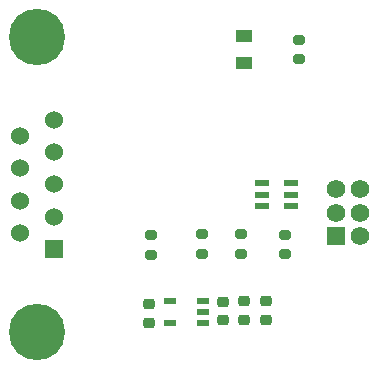
<source format=gts>
G04 #@! TF.GenerationSoftware,KiCad,Pcbnew,9.0.6*
G04 #@! TF.CreationDate,2026-02-17T21:16:07-05:00*
G04 #@! TF.ProjectId,dvrk-ios,6476726b-2d69-46f7-932e-6b696361645f,rev?*
G04 #@! TF.SameCoordinates,Original*
G04 #@! TF.FileFunction,Soldermask,Top*
G04 #@! TF.FilePolarity,Negative*
%FSLAX46Y46*%
G04 Gerber Fmt 4.6, Leading zero omitted, Abs format (unit mm)*
G04 Created by KiCad (PCBNEW 9.0.6) date 2026-02-17 21:16:07*
%MOMM*%
%LPD*%
G01*
G04 APERTURE LIST*
G04 Aperture macros list*
%AMRoundRect*
0 Rectangle with rounded corners*
0 $1 Rounding radius*
0 $2 $3 $4 $5 $6 $7 $8 $9 X,Y pos of 4 corners*
0 Add a 4 corners polygon primitive as box body*
4,1,4,$2,$3,$4,$5,$6,$7,$8,$9,$2,$3,0*
0 Add four circle primitives for the rounded corners*
1,1,$1+$1,$2,$3*
1,1,$1+$1,$4,$5*
1,1,$1+$1,$6,$7*
1,1,$1+$1,$8,$9*
0 Add four rect primitives between the rounded corners*
20,1,$1+$1,$2,$3,$4,$5,0*
20,1,$1+$1,$4,$5,$6,$7,0*
20,1,$1+$1,$6,$7,$8,$9,0*
20,1,$1+$1,$8,$9,$2,$3,0*%
G04 Aperture macros list end*
%ADD10R,1.575000X1.575000*%
%ADD11C,1.575000*%
%ADD12RoundRect,0.225000X0.250000X-0.225000X0.250000X0.225000X-0.250000X0.225000X-0.250000X-0.225000X0*%
%ADD13R,1.150000X0.600000*%
%ADD14RoundRect,0.200000X-0.275000X0.200000X-0.275000X-0.200000X0.275000X-0.200000X0.275000X0.200000X0*%
%ADD15RoundRect,0.225000X-0.250000X0.225000X-0.250000X-0.225000X0.250000X-0.225000X0.250000X0.225000X0*%
%ADD16R,1.530000X1.530000*%
%ADD17C,1.530000*%
%ADD18C,4.770000*%
%ADD19R,1.450000X1.100001*%
%ADD20R,0.977900X0.508000*%
%ADD21RoundRect,0.200000X0.275000X-0.200000X0.275000X0.200000X-0.275000X0.200000X-0.275000X-0.200000X0*%
G04 APERTURE END LIST*
D10*
X68150000Y-39150000D03*
D11*
X70150000Y-39150000D03*
X68150000Y-37150000D03*
X70150000Y-37150000D03*
X68150000Y-35150000D03*
X70150000Y-35150000D03*
D12*
X52300000Y-46450000D03*
X52300000Y-44900000D03*
D13*
X61850000Y-34650000D03*
X61850000Y-35600000D03*
X61850000Y-36550000D03*
X64350000Y-36550000D03*
X64350000Y-35600000D03*
X64350000Y-34650000D03*
D14*
X63869950Y-39005050D03*
X63869950Y-40655050D03*
X52519950Y-39030050D03*
X52519950Y-40680050D03*
D15*
X58597249Y-44662499D03*
X58597249Y-46212499D03*
D16*
X44270000Y-40225000D03*
D17*
X44270000Y-37485000D03*
X44270000Y-34745000D03*
X44270000Y-32005000D03*
X44270000Y-29265000D03*
X41430000Y-38855000D03*
X41430000Y-36115000D03*
X41430000Y-33375000D03*
X41430000Y-30635000D03*
D18*
X42850000Y-47240000D03*
X42850000Y-22250000D03*
D19*
X60400000Y-22150000D03*
X60400000Y-24450000D03*
D14*
X60069950Y-38980050D03*
X60069950Y-40630050D03*
D20*
X56862499Y-46487500D03*
X56862499Y-45537499D03*
X56862499Y-44587498D03*
X54131999Y-44587498D03*
X54131999Y-46487500D03*
D15*
X62200000Y-44650000D03*
X62200000Y-46200000D03*
D21*
X65025000Y-24125000D03*
X65025000Y-22475000D03*
D15*
X60400000Y-44650000D03*
X60400000Y-46200000D03*
D14*
X56769950Y-38980050D03*
X56769950Y-40630050D03*
M02*

</source>
